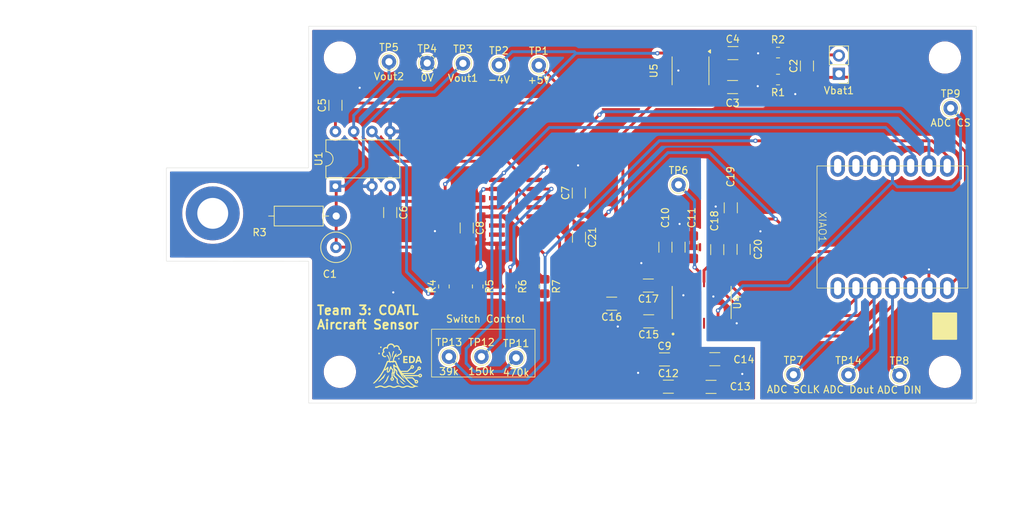
<source format=kicad_pcb>
(kicad_pcb (version 20240108) (generator "pcbnew") (generator_version "8.0")
  (title_block (title "Team 3 - COATL Aircraft PCB") (date "2025-05-20") (rev "G") (company "Annika Boyd, Eisa Alsharifi, Felix Moss, Nathan Truong"))
  (layers (0 "F.Cu" signal) (31 "B.Cu" signal) (34 "B.Paste" user) (35 "F.Paste" user) (36 "B.SilkS" user "B.Silkscreen") (37 "F.SilkS" user "F.Silkscreen") (38 "B.Mask" user) (39 "F.Mask" user) (44 "Edge.Cuts" user))
  (net 0 "")
  (net 1 "GND")
  (net 2 "/+5V")
  (net 3 "/3.3V")
  (net 4 "Net-(IC1-Pad10)")
  (net 6 "Net-(IC1-Pad2)")
  (net 7 "Net-(IC1-Pad15)")
  (net 9 "/-4V")
  (net 10 "Net-(U1-OUTA)")
  (net 11 "Net-(U1-OUTB)")
  (net 12 "Net-(U4-CH1)")
  (net 13 "Net-(U4-REF)")
  (net 14 "Net-(U4-REFCAP)")
  (net 15 "Net-(U4-CH2)")
  (net 16 "Net-(U4-CH3)")
  (net 17 "Net-(IC1-Pad9)")
  (net 18 "Net-(IC1-Pad1)")
  (net 19 "Net-(IC1-Pad16)")
  (net 20 "Net-(U5-V_{IN})")
  (net 21 "Net-(U1-NEGB)")
  (net 22 "Net-(U4-SCLK)")
  (net 23 "Net-(U4-DIN)")
  (net 24 "Net-(U4-~{CS})")
  (net 25 "Net-(U4-DOUT)")
  (footprint "Capacitor_SMD:C_1206_3216Metric_Pad1.33x1.80mm_HandSolder" (layer "F.Cu") (at 115.235 88.945 -90)
    (property "Reference" "C21")
    (property "Value" "0.1uF")
  )
  (footprint "Capacitor_SMD:C_1206_3216Metric_Pad1.33x1.80mm_HandSolder" (layer "F.Cu") (at 127.26 90.3325 -90)
    (property "Reference" "C10")
    (property "Value" "1uF" (hide yes))
  )
  (footprint "XIAO_:XIAO_QTpy" (layer "F.Cu") (at 169.36 87.52 -90)
    (property "Reference" "XIAO1")
    (property "Value" "~")
  )
  (footprint "TestPoint:TestPoint_THTPad_D2.0mm_Drill1.0mm" (layer "F.Cu") (at 99.085 64.745)
    (property "Reference" "TP3")
    (property "Value" "Vout1")
  )
  (footprint "Capacitor_SMD:C_1206_3216Metric_Pad1.33x1.80mm_HandSolder" (layer "F.Cu") (at 127.135 105.945)
    (property "Reference" "C9")
    (property "Value" "100pF")
  )
  (footprint "Capacitor_SMD:C_1206_3216Metric_Pad1.33x1.80mm_HandSolder" (layer "F.Cu") (at 124.935 100.645 180)
    (property "Reference" "C15")
    (property "Value" "0.1uF")
  )
  (footprint "MountingHole:MountingHole_3.2mm_M3" (layer "F.Cu") (at 166.161293 107.671293)
    (property "Reference" "REF**" (hide yes))
    (property "Value" "MountingHole_3.2mm_M3" (hide yes))
  )
  (footprint "MountingHole:MountingHole_3.2mm_M3" (layer "F.Cu") (at 81.953707 107.671293)
    (property "Reference" "REF**" (hide yes))
    (property "Value" "MountingHole_3.2mm_M3" (hide yes))
  )
  (footprint "Capacitor_SMD:C_1206_3216Metric_Pad1.33x1.80mm_HandSolder" (layer "F.Cu") (at 99.61 87.6575 -90)
    (property "Reference" "C8")
    (property "Value" "0.1uF")
  )
  (footprint "Connector_PinHeader_2.54mm:PinHeader_1x02_P2.54mm_Vertical" (layer "F.Cu") (at 151.41 66.195 180)
    (property "Reference" "Vbat1")
    (property "Value" "9V")
  )
  (footprint "Resistor_SMD:R_0805_2012Metric_Pad1.20x1.40mm_HandSolder" (layer "F.Cu") (at 105.735 95.795 -90)
    (property "Reference" "R6")
    (property "Value" "150k")
  )
  (footprint "MountingHole:MountingHole_3.2mm_M3" (layer "F.Cu") (at 166.161293 63.928707)
    (property "Reference" "REF**" (hide yes))
    (property "Value" "MountingHole_3.2mm_M3" (hide yes))
  )
  (footprint "TestPoint:TestPoint_THTPad_D2.0mm_Drill1.0mm" (layer "F.Cu") (at 129.085 81.645)
    (property "Reference" "TP6")
    (property "Value" "ADC Vref")
  )
  (footprint "Resistor_SMD:R_0805_2012Metric_Pad1.20x1.40mm_HandSolder" (layer "F.Cu") (at 96.435 95.795 90)
    (property "Reference" "R4")
    (property "Value" "10k")
  )
  (footprint "Capacitor_SMD:C_1206_3216Metric_Pad1.33x1.80mm_HandSolder" (layer "F.Cu") (at 134.475 90.6675 -90)
    (property "Reference" "C18")
    (property "Value" "0.1uF" (hide yes))
  )
  (footprint "Capacitor_SMD:C_1206_3216Metric_Pad1.33x1.80mm_HandSolder" (layer "F.Cu") (at 136.36 84.845 90)
    (property "Reference" "C19")
    (property "Value" "1uF")
  )
  (footprint "Capacitor_SMD:C_1206_3216Metric_Pad1.33x1.80mm_HandSolder" (layer "F.Cu") (at 88.96 85.5075 -90)
    (property "Reference" "C6")
    (property "Value" "0.1uF")
  )
  (footprint "ADG412:SOIC16N" (layer "F.Cu") (at 106.41 85.41 -90)
    (property "Reference" "IC1" (hide yes))
    (property "Value" "ADG412")
  )
  (footprint "Capacitor_SMD:C_1206_3216Metric_Pad1.33x1.80mm_HandSolder" (layer "F.Cu") (at 146.96 65.1075 90)
    (property "Reference" "C2")
    (property "Value" "10uF")
  )
  (footprint "Package_SO:SOIC-8_3.9x4.9mm_P1.27mm" (layer "F.Cu") (at 130.755 65.78 -90)
    (property "Reference" "U5")
    (property "Value" "BUF634AxD")
  )
  (footprint "TestPoint:TestPoint_THTPad_D2.0mm_Drill1.0mm" (layer "F.Cu") (at 145.085 108.07)
    (property "Reference" "TP7")
    (property "Value" "ADC SCLK")
  )
  (footprint "TestPoint:TestPoint_THTPad_D2.0mm_Drill1.0mm" (layer "F.Cu") (at 101.66 105.57)
    (property "Reference" "TP12")
    (property "Value" "150k")
  )
  (footprint "Resistor_SMD:R_0805_2012Metric_Pad1.20x1.40mm_HandSolder" (layer "F.Cu") (at 101.135 95.795 -90)
    (property "Reference" "R5")
    (property "Value" "470k")
  )
  (footprint "Capacitor_SMD:C_1206_3216Metric_Pad1.33x1.80mm_HandSolder" (layer "F.Cu") (at 127.6725 109.745)
    (property "Reference" "C12")
    (property "Value" "0.1uF")
  )
  (footprint "TestPoint:TestPoint_THTPad_D2.0mm_Drill1.0mm" (layer "F.Cu") (at 166.96 70.97)
    (property "Reference" "TP9")
    (property "Value" "ADC CS")
  )
  (footprint "TestPoint:TestPoint_THTPad_D2.0mm_Drill1.0mm" (layer "F.Cu") (at 97.135 105.57)
    (property "Reference" "TP13")
    (property "Value" "39k")
  )
  (footprint "TestPoint:TestPoint_THTPad_D2.0mm_Drill1.0mm" (layer "F.Cu") (at 159.835 108.145)
    (property "Reference" "TP8")
    (property "Value" "ADC DIN")
  )
  (footprint "Resistor_SMD:R_0805_2012Metric_Pad1.20x1.40mm_HandSolder" (layer "F.Cu") (at 142.935 63.245)
    (property "Reference" "R2")
    (property "Value" "6k")
  )
  (footprint "Capacitor_SMD:C_1206_3216Metric_Pad1.33x1.80mm_HandSolder" (layer "F.Cu") (at 115.21 82.795 90)
    (property "Reference" "C7")
    (property "Value" "0.1uF")
  )
  (footprint "TestPoint:TestPoint_THTPad_D2.0mm_Drill1.0mm" (layer "F.Cu") (at 94.11 64.695)
    (property "Reference" "TP4")
    (property "Value" "0V")
  )
  (footprint "LOGO" (layer "F.Cu") (at 90.16 106.97)
    (property "Reference" "G***" (hide yes))
    (property "Value" "LOGO" (hide yes))
  )
  (footprint "XIAO_:R_Vishay_TR10X5G00JNES" (layer "F.Cu") (at 81.443474 85.995 180)
    (property "Reference" "R3")
    (property "Value" "5G")
  )
  (footprint "Capacitor_SMD:C_1206_3216Metric_Pad1.33x1.80mm_HandSolder" (layer "F.Cu") (at 138.15 90.63 -90)
    (property "Reference" "C20")
    (property "Value" "0.1uF")
  )
  (footprint "TestPoint:TestPoint_THTPad_D2.0mm_Drill1.0mm" (layer "F.Cu") (at 104.085 64.97)
    (property "Reference" "TP2")
    (property "Value" "-4V")
  )
  (footprint "TestPoint:TestPoint_THTPad_D2.0mm_Drill1.0mm" (layer "F.Cu") (at 152.735 108.095)
    (property "Reference" "TP14")
    (property "Value" "ADC Dout")
  )
  (footprint "MountingHole:MountingHole_3.2mm_M3" (layer "F.Cu") (at 81.953707 63.928707)
    (property "Reference" "REF**" (hide yes))
    (property "Value" "MountingHole_3.2mm_M3" (hide yes))
  )
  (footprint "TestPoint:TestPoint_THTPad_D2.0mm_Drill1.0mm" (layer "F.Cu") (at 109.635 65.02)
    (property "Reference" "TP1")
    (property "Value" "+5V")
  )
  (footprint "Capacitor_SMD:C_1206_3216Metric_Pad1.33x1.80mm_HandSolder" (layer "F.Cu") (at 124.885 95.67 180)
    (property "Reference" "C17")
    (property "Value" "0.1uF")
  )
  (footprint "Capacitor_THT:C_Radial_D10.0mm_H12.5mm_P5.00mm" (layer "F.Cu") (at 81.41 90.345 180)
    (property "Reference" "C1")
    (property "Value" "100p")
  )
  (footprint "TestPoint:TestPoint_THTPad_D2.0mm_Drill1.0mm" (layer "F.Cu") (at 106.485 105.72)
    (property "Reference" "TP11")
    (property "Value" "470k")
  )
  (footprint "MountingHole:MountingHole_4.3mm_M4_DIN965_Pad" (layer "F.Cu") (at 64.25875 85.62)
    (property "Reference" "REF**" (hide yes))
    (property "Value" "MountingHole_4.3mm_M4_DIN965_Pad" (hide yes))
  )
  (footprint "MAX1032BEUGT:SOP65P640X110-24N" (layer "F.Cu") (at 132.31 98.03 90)
    (property "Reference" "U4")
    (property "Value" "MAX1032BEUG_" (hide yes))
  )
  (footprint "Capacitor_SMD:C_1206_3216Metric_Pad1.33x1.80mm_HandSolder" (layer "F.Cu") (at 119.785 98.195 180)
    (property "Reference" "C16")
    (property "Value" "10uF")
  )
  (footprint "Capacitor_SMD:C_1206_3216Metric_Pad1.33x1.80mm_HandSolder" (layer "F.Cu") (at 133.61 109.77 180)
    (property "Reference" "C13")
    (property "Value" "0.1uF")
  )
  (footprint "TestPoint:TestPoint_THTPad_D2.0mm_Drill1.0mm" (layer "F.Cu") (at 88.785 64.52)
    (property "Reference" "TP5")
    (property "Value" "Vout2")
  )
  (footprint "Capacitor_SMD:C_1206_3216Metric_Pad1.33x1.80mm_HandSolder" (layer "F.Cu") (at 136.66 63.32 180)
    (property "Reference" "C4")
    (property "Value" "10uF" (hide yes))
  )
  (footprint "Capacitor_SMD:C_1206_3216Metric_Pad1.33x1.80mm_HandSolder" (layer "F.Cu") (at 134.135 105.92 180)
    (property "Reference" "C14")
    (property "Value" "0.1uF" (hide yes))
  )
  (footprint "Resistor_SMD:R_0805_2012Metric_Pad1.20x1.40mm_HandSolder" (layer "F.Cu") (at 110.435 95.795 -90)
    (property "Reference" "R7")
    (property "Value" "39k")
  )
  (footprint "Package_DIP:DIP-8_W7.62mm" (layer "F.Cu") (at 81.335 81.845 90)
    (property "Reference" "U1")
    (property "Value" "LMC662")
  )
  (footprint "Capacitor_SMD:C_1206_3216Metric_Pad1.33x1.80mm_HandSolder" (layer "F.Cu") (at 130.91 90.3325 90)
    (property "Reference" "C11")
    (property "Value" "1uF")
  )
  (footprint "Capacitor_SMD:C_1206_3216Metric_Pad1.33x1.80mm_HandSolder" (layer "F.Cu") (at 136.61 68.045)
    (property "Reference" "C3")
    (property "Value" "10uF")
  )
  (footprint "Resistor_SMD:R_0805_2012Metric_Pad1.20x1.40mm_HandSolder" (layer "F.Cu") (at 142.935 66.995 180)
    (property "Reference" "R1")
    (property "Value" "10k")
  )
  (footprint "Capacitor_SMD:C_1206_3216Metric_Pad1.33x1.80mm_HandSolder" (layer "F.Cu") (at 81.335 70.5825 90)
    (property "Reference" "C5")
    (property "Value" "0.1uF")
  )
  (gr_rect (start 94.71 101.745) (end 109.11 108.395) (stroke (width 0.1)) (fill none) (layer "F.SilkS"))
  (gr_rect (start 164.51 99.52) (end 167.76 103.12) (stroke (width 0.2)) (fill solid) (layer "F.SilkS"))
  (gr_poly (pts (xy 170.51 112.02) (xy 77.605 112.02) (xy 77.605 92.28) (xy 57.81 92.27) (xy 57.81 79.295) (xy 77.585 79.295) (xy 77.605 59.58) (xy 170.51 59.58)) (stroke (width 0.05)) (fill none) (layer "Edge.Cuts"))
  (gr_text "Switch Control" (at 96.635 100.895 0) (layer "F.SilkS") (effects (font (size 1 1)) (justify left bottom)))
  (gr_text "Team 3: COATL \nAircraft Sensor" (at 78.635 101.845 0) (layer "F.SilkS") (effects (font (size 1.25 1.25) (thickness 0.25) (bold yes)) (justify left bottom)))
  (segment (start 130.685 96.095) (end 130.685 95.145) (width 0.4) (layer "F.Cu") (net 1))
  (segment (start 134.585 95.145) (end 134.585 96.545) (width 0.4) (layer "F.Cu") (net 1))
  (segment (start 140.485 88.12) (end 139.0975 88.12) (width 0.4) (layer "F.Cu") (net 1))
  (segment (start 137.185 100.92) (end 137.18 100.915) (width 0.4) (layer "F.Cu") (net 1))
  (segment (start 133.935 97.195) (end 133.935 95.145) (width 0.4) (layer "F.Cu") (net 1))
  (segment (start 128.735 95.145) (end 129.385 95.145) (width 0.4) (layer "F.Cu") (net 1))
  (segment (start 128.735 95.995) (end 128.735 95.145) (width 0.4) (layer "F.Cu") (net 1))
  (segment (start 129.385 95.145) (end 129.385 96.645) (width 0.4) (layer "F.Cu") (net 1))
  (segment (start 137.18 100.915) (end 135.885 100.915) (width 0.4) (layer "F.Cu") (net 1))
  (segment (start 129.235 87.095) (end 130.91 88.77) (width 0.4) (layer "F.Cu") (net 1))
  (segment (start 104.61 86.045) (end 105.31 86.745) (width 0.4) (layer "F.Cu") (net 1))
  (segment (start 134.585 96.545) (end 133.935 97.195) (width 0.4) (layer "F.Cu") (net 1))
  (segment (start 130.12 68.255) (end 130.12 66.8) (width 0.4) (layer "F.Cu") (net 1))
  (segment (start 139.0975 88.12) (end 138.15 89.0675) (width 0.4) (layer "F.Cu") (net 1))
  (segment (start 105.31 86.745) (end 105.31 89.285) (width 0.4) (layer "F.Cu") (net 1))
  (segment (start 134.475 89.105) (end 134.475 88.46) (width 0.4) (layer "F.Cu") (net 1))
  (segment (start 103.81 86.045) (end 104.61 86.045) (width 0.4) (layer "F.Cu") (net 1))
  (segment (start 105.31 89.285) (end 104.74 89.855) (width 0.4) (layer "F.Cu") (net 1))
  (segment (start 129.979758 96.645) (end 129.385 96.645) (width 0.4) (layer "F.Cu") (net 1))
  (segment (start 130.685 95.939758) (end 129.979758 96.645) (width 0.4) (layer "F.Cu") (net 1))
  (segment (start 129.76 97.02) (end 128.735 95.995) (width 0.4) (layer "F.Cu") (net 1))
  (segment (start 104.74 89.855) (end 103.81 89.855) (width 0.4) (layer "F.Cu") (net 1))
  (segment (start 129.76 97.02) (end 130.685 96.095) (width 0.4) (layer "F.Cu") (net 1))
  (segment (start 129.385 96.645) (end 129.76 97.02) (width 0.4) (layer "F.Cu") (net 1))
  (segment (start 130.12 66.8) (end 129.0625 65.7425) (width 0.4) (layer "F.Cu") (net 1))
  (segment (start 123.3225 93.1325) (end 123.91 92.545) (width 0.4) (layer "F.Cu") (net 1))
  (segment (start 123.3225 95.67) (end 123.3225 93.1325) (width 0.4) (layer "F.Cu") (net 1))
  (segment (start 134.585 95.145) (end 133.935 95.145) (width 0.4) (layer "F.Cu") (net 1))
  (segment (start 134.26 88.245) (end 134.26 84.67) (width 0.4) (layer "F.Cu") (net 1))
  (segment (start 163.94 93.42) (end 163.94 96.02) (width 0.4) (layer "F.Cu") (net 1))
  (segment (start 130.685 95.145) (end 130.685 95.939758) (width 0.4) (layer "F.Cu") (net 1))
  (segment (start 134.475 88.46) (end 134.26 88.245) (width 0.4) (layer "F.Cu") (net 1))
  (via (at 89.385 96.62) (size 0.6) (drill 0.3) (layers "F.Cu" "B.Cu") (net 1))
  (via (at 115.11 78.945) (size 0.6) (drill 0.3) (layers "F.Cu" "B.Cu") (net 1))
  (via (at 133.935 97.195) (size 0.6) (drill 0.3) (layers "F.Cu" "B.Cu") (net 1))
  (via (at 137.185 100.92) (size 0.6) (drill 0.3) (layers "F.Cu" "B.Cu") (net 1))
  (via (at 137.96 107.97) (size 0.6) (drill 0.3) (layers "F.Cu" "B.Cu") (net 1))
  (via (at 134.26 84.67) (size 0.6) (drill 0.3) (layers "F.Cu" "B.Cu") (net 1))
  (via (at 163.94 93.42) (size 0.6) (drill 0.3) (layers "F.Cu" "B.Cu") (net 1))
  (via (at 95.185 88.095) (size 0.6) (drill 0.3) (layers "F.Cu" "B.Cu") (net 1))
  (via (at 140.1625 63.3425) (size 0.6) (drill 0.3) (layers "F.Cu" "B.Cu") (net 1))
  (via (at 123.91 92.545) (size 0.6) (drill 0.3) (layers "F.Cu" "B.Cu") (net 1))
  (via (at 145.335 69.02) (size 0.6) (drill 0.3) (layers "F.Cu" "B.Cu") (net 1))
  (via (at 129.76 97.02) (size 0.6) (drill 0.3) (layers "F.Cu" "B.Cu") (net 1))
  (via (at 140.485 88.12) (size 0.6) (drill 0.3) (layers "F.Cu" "B.Cu") (net 1))
  (via (at 84.71 68.145) (size 0.6) (drill 0.3) (layers "F.Cu" "B.Cu") (net 1))
  (via (at 129.0625 65.7425) (size 0.6) (drill 0.3) (layers "F.Cu" "B.Cu") (net 1))
  (via (at 120.635 101.37) (size 0.6) (drill 0.3) (layers "F.Cu" "B.Cu") (net 1))
  (via (at 129.235 87.095) (size 0.6) (drill 0.3) (layers "F.Cu" "B.Cu") (net 1))
  (via (at 140.1125 67.9175) (size 0.6) (drill 0.3) (layers "F.Cu" "B.Cu") (net 1))
  (via (at 123.46 107.82) (size 0.6) (drill 0.3) (layers "F.Cu" "B.Cu") (net 1))
  (segment (start 121.3475 98.195) (end 123.9225 98.195) (width 0.4) (layer "F.Cu") (net 2))
  (segment (start 128.465 100.645) (end 128.735 100.915) (width 0.4) (layer "F.Cu") (net 2))
  (segment (start 126.4475 95.67) (end 128.2475 93.87) (width 0.4) (layer "F.Cu") (net 2))
  (segment (start 115.685 70.27) (end 125.61 70.27) (width 0.4) (layer "F.Cu") (net 2))
  (segment (start 131.39 69.565) (end 131.39 68.255) (width 0.4) (layer "F.Cu") (net 2))
  (segment (start 131.385 69.969999) (end 131.385 69.57) (width 0.4) (layer "F.Cu") (net 2))
  (segment (start 151.41 66.195) (end 150.9125 66.6925) (width 0.4) (layer "F.Cu") (net 2))
  (segment (start 123.9225 98.195) (end 126.4475 95.67) (width 0.4) (layer "F.Cu") (net 2))
  (segment (start 81.335 72.145) (end 83.21 70.27) (width 0.4) (layer "F.Cu") (net 2))
  (segment (start 125.1125 70.2675) (end 131.682501 70.2675) (width 0.4) (layer "F.Cu") (net 2))
  (segment (start 109.635 65.02) (end 114.885 70.27) (width 0.4) (layer "F.Cu") (net 2))
  (segment (start 144.2375 66.6925) (end 143.935 66.995) (width 0.4) (layer "F.Cu") (net 2))
  (segment (start 83.21 70.27) (end 115.685 70.27) (width 0.4) (layer "F.Cu") (net 2))
  (segment (start 131.682501 70.2675) (end 131.685001 70.27) (width 0.4) (layer "F.Cu") (net 2))
  (segment (start 169.01 93.49) (end 166.48 96.02) (width 0.4) (layer "F.Cu") (net 2))
  (segment (start 131.385 69.57) (end 131.39 69.565) (width 0.4) (layer "F.Cu") (net 2))
  (segment (start 158.6625 66.6725) (end 169.01 77.02) (width 0.4) (layer "F.Cu") (net 2))
  (segment (start 151.4325 66.6725) (end 158.6625 66.6725) (width 0.4) (layer "F.Cu") (net 2))
  (segment (start 125.61 70.27) (end 121.3475 74.5325) (width 0.4) (layer "F.Cu") (net 2))
  (segment (start 126.3725 100.645) (end 123.9225 98.195) (width 0.4) (layer "F.Cu") (net 2))
  (segment (start 81.335 74.225) (end 81.335 72.145) (width 0.4) (layer "F.Cu") (net 2))
  (segment (start 169.01 77.02) (end 169.01 93.49) (width 0.4) (layer "F.Cu") (net 2))
  (segment (start 134.9575 68.9475) (end 134.9575 68.355) (width 0.4) (layer "F.Cu") (net 2))
  (segment (start 115.21 84.3575) (end 121.3475 78.22) (width 0.4) (layer "F.Cu") (net 2))
  (segment (start 121.3475 98.195) (end 121.3475 76.795) (width 0.4) (layer "F.Cu") (net 2))
  (segment (start 131.685001 70.27) (end 133.635 70.27) (width 0.4) (layer "F.Cu") (net 2))
  (segment (start 121.3475 78.22) (end 121.3475 76.795) (width 0.4) (layer "F.Cu") (net 2))
  (segment (start 128.2475 93.87) (end 129.71 93.87) (width 0.4) (layer "F.Cu") (net 2))
  (segment (start 140.7375 70.1925) (end 137.195 70.1925) (width 0.4) (layer "F.Cu") (net 2))
  (segment (start 131.682501 70.2675) (end 131.385 69.969999) (width 0.4) (layer "F.Cu") (net 2))
  (segment (start 114.7925 84.775) (end 115.21 84.3575) (width 0.4) (layer "F.Cu") (net 2))
  (segment (start 150.9125 66.6925) (end 144.2375 66.6925) (width 0.4) (layer "F.Cu") (net 2))
  (segment (start 109.01 84.775) (end 114.7925 84.775) (width 0.4) (layer "F.Cu") (net 2))
  (segment (start 133.635 70.27) (end 134.9575 68.9475) (width 0.4) (layer "F.Cu") (net 2))
  (segment (start 126.4975 100.645) (end 126.3725 100.645) (width 0.4) (layer "F.Cu") (net 2))
  (segment (start 114.885 70.27) (end 115.685 70.27) (width 0.4) (layer "F.Cu") (net 2))
  (segment (start 137.195 70.1925) (end 135.0475 68.045) (width 0.4) (layer "F.Cu") (net 2))
  (segment (start 126.4975 100.645) (end 128.465 100.645) (width 0.4) (layer "F.Cu") (net 2))
  (segment (start 143.935 66.995) (end 140.7375 70.1925) (width 0.4) (layer "F.Cu") (net 2))
  (segment (start 121.3475 74.5325) (end 121.3475 76.795) (width 0.4) (layer "F.Cu") (net 2))
  (segment (start 130.035 94.195) (end 130.035 95.145) (width 0.4) (layer "F.Cu") (net 2))
  (segment (start 129.71 93.87) (end 130.035 94.195) (width 0.4) (layer "F.Cu") (net 2))
  (segment (start 133.285 93.945) (end 133.61 93.62) (width 0.4) (layer "F.Cu") (net 3))
  (segment (start 113.8975 86.045) (end 109.01 86.045) (width 0.4) (layer "F.Cu") (net 3))
  (segment (start 115.235 87.3825) (end 117.3975 87.3825) (width 0.4) (layer "F.Cu") (net 3))
  (segment (start 142.5975 86.4075) (end 136.36 86.4075) (width 0.4) (layer "F.Cu") (net 3))
  (segment (start 133.285 95.145) (end 133.285 93.945) (width 0.4) (layer "F.Cu") (net 3))
  (segment (start 142.5975 86.4075) (end 147.135 90.945) (width 0.4) (layer "F.Cu") (net 3))
  (segment (start 133.975 92.23) (end 134.475 92.23) (width 0.4) (layer "F.Cu") (net 3))
  (segment (start 133.61 93.62) (end 136.7225 93.62) (width 0.4) (layer "F.Cu") (net 3))
  (segment (start 136.36 90.345) (end 134.475 92.23) (width 0.4) (layer "F.Cu") (net 3))
  (segment (start 136.36 90.345) (end 136.36 90.4025) (width 0.4) (layer "F.Cu") (net 3))
  (segment (start 117.3975 87.3825) (end 119.36 85.42) (width 0.4) (layer "F.Cu") (net 3))
  (segment (start 136.36 86.4075) (end 136.36 90.345) (width 0.4) (layer "F.Cu") (net 3))
  (segment (start 136.7225 93.62) (end 138.15 92.1925) (width 0.4) (layer "F.Cu") (net 3))
  (segment (start 132.635 95.145) (end 132.635 93.57) (width 0.4) (layer "F.Cu") (net 3))
  (segment (start 136.36 90.4025) (end 138.15 92.1925) (width 0.4) (layer "F.Cu") (net 3))
  (segment (start 157.01 90.945) (end 161.4 95.335) (width 0.4) (layer "F.Cu") (net 3))
  (segment (start 161.4 95.335) (end 161.4 96.02) (width 0.4) (layer "F.Cu") (net 3))
  (segment (start 147.135 90.945) (end 157.01 90.945) (width 0.4) (layer "F.Cu") (net 3))
  (segment (start 132.635 93.57) (end 133.975 92.23) (width 0.4) (layer "F.Cu") (net 3))
  (segment (start 115.235 87.3825) (end 113.8975 86.045) (width 0.4) (layer "F.Cu") (net 3))
  (via (at 119.36 85.42) (size 0.6) (drill 0.3) (layers "F.Cu" "B.Cu") (net 3))
  (via (at 142.5975 86.4075) (size 0.6) (drill 0.3) (layers "F.Cu" "B.Cu") (net 3))
  (segment (start 133.385 77.17) (end 127.61 77.17) (width 0.4) (layer "B.Cu") (net 3))
  (segment (start 127.61 77.17) (end 119.36 85.42) (width 0.4) (layer "B.Cu") (net 3))
  (segment (start 142.5975 86.4075) (end 142.5975 86.3825) (width 0.4) (layer "B.Cu") (net 3))
  (segment (start 142.5975 86.3825) (end 133.385 77.17) (width 0.4) (layer "B.Cu") (net 3))
  (segment (start 107.285 89.27) (end 107.97 88.585) (width 0.4) (layer "F.Cu") (net 4))
  (segment (start 109 88.595) (end 109.01 88.585) (width 0.4) (layer "F.Cu") (net 4))
  (segment (start 107.97 88.585) (end 109.01 88.585) (width 0.4) (layer "F.Cu") (net 4))
  (segment (start 107.285 91.645) (end 107.285 89.27) (width 0.4) (layer "F.Cu") (net 4))
  (segment (start 110.435 94.795) (end 107.285 91.645) (width 0.4) (layer "F.Cu") (net 4))
  (segment (start 101.535 92.97) (end 101.135 93.37) (width 0.4) (layer "F.Cu") (net 6))
  (segment (start 101.935 82.27) (end 103.775 82.27) (width 0.4) (layer "F.Cu") (net 6))
  (segment (start 101.135 93.37) (end 101.135 94.795) (width 0.4) (layer "F.Cu") (net 6))
  (segment (start 103.775 82.27) (end 103.81 82.235) (width 0.4) (layer "F.Cu") (net 6))
  (via (at 101.535 92.97) (size 0.6) (drill 0.3) (layers "F.Cu" "B.Cu") (net 6))
  (via (at 101.935 82.27) (size 0.6) (drill 0.3) (layers "F.Cu" "B.Cu") (net 6))
  (segment (start 101.535 82.67) (end 101.935 82.27) (width 0.4) (layer "B.Cu") (net 6))
  (segment (start 101.535 92.97) (end 101.535 82.67) (width 0.4) (layer "B.Cu") (net 6))
  (segment (start 105.685 94.745) (end 105.735 94.795) (width 0.4) (layer "F.Cu") (net 7))
  (segment (start 111.385 82.22) (end 111.37 82.235) (width 0.4) (layer "F.Cu") (net 7))
  (segment (start 105.685 93.095) (end 105.685 94.745) (width 0.4) (layer "F.Cu") (net 7))
  (segment (start 111.37 82.235) (end 109.01 82.235) (width 0.4) (layer "F.Cu") (net 7))
  (via (at 105.685 93.095) (size 0.6) (drill 0.3) (layers "F.Cu" "B.Cu") (net 7))
  (via (at 111.385 82.22) (size 0.6) (drill 0.3) (layers "F.Cu" "B.Cu") (net 7))
  (segment (start 105.685 93.095) (end 106.185 92.595) (width 0.4) (layer "B.Cu") (net 7))
  (segment (start 106.185 92.595) (end 106.185 87.42) (width 0.4) (layer "B.Cu") (net 7))
  (segment (start 106.185 87.42) (end 111.385 82.22) (width 0.4) (layer "B.Cu") (net 7))
  (segment (start 128.85 63.305) (end 128.85 62.330001) (width 0.4) (layer "F.Cu") (net 9))
  (segment (start 128.85 63.305) (end 126.175 63.305) (width 0.4) (layer "F.Cu") (net 9))
  (segment (start 126.175 63.305) (end 126.1375 63.3425) (width 0.4) (layer "F.Cu") (net 9))
  (segment (start 88.96 83.945) (end 88.96 81.85) (width 0.4) (layer "F.Cu") (net 9))
  (segment (start 95.76 83.945) (end 96.61 83.095) (width 0.4) (layer "F.Cu") (net 9))
  (segment (start 96.61 83.095) (end 99.61 86.095) (width 0.4) (layer "F.Cu") (net 9))
  (segment (start 103.81 84.775) (end 100.93 84.775) (width 0.4) (layer "F.Cu") (net 9))
  (segment (start 151.41 63.655) (end 151.3225 63.5675) (width 0.4) (layer "F.Cu") (net 9))
  (segment (start 96.61 81.545) (end 96.61 83.095) (width 0.4) (layer "F.Cu") (net 9))
  (segment (start 143.935 63.245) (end 142.0325 61.3425) (width 0.4) (layer "F.Cu") (net 9))
  (segment (start 133.6475 61.295) (end 134.9075 62.555) (width 0.4) (layer "F.Cu") (net 9))
  (segment (start 88.96 83.945) (end 95.76 83.945) (width 0.4) (layer "F.Cu") (net 9))
  (segment (start 142.0325 61.3425) (end 137.075 61.3425) (width 0.4) (layer "F.Cu") (net 9))
  (segment (start 137.075 61.3425) (end 135.0975 63.32) (width 0.4) (layer "F.Cu") (net 9))
  (segment (start 144.2575 63.5675) (end 143.935 63.245) (width 0.4) (layer "F.Cu") (net 9))
  (segment (start 129.885001 61.295) (end 133.6475 61.295) (width 0.4) (layer "F.Cu") (net 9))
  (segment (start 151.3225 63.5675) (end 144.2575 63.5675) (width 0.4) (layer "F.Cu") (net 9))
  (segment (start 128.85 62.330001) (end 129.885001 61.295) (width 0.4) (layer "F.Cu") (net 9))
  (segment (start 100.93 84.775) (end 99.61 86.095) (width 0.4) (layer "F.Cu") (net 9))
  (segment (start 88.96 81.85) (end 88.955 81.845) (width 0.4) (layer "F.Cu") (net 9))
  (via (at 126.1375 63.3425) (size 0.6) (drill 0.3) (layers "F.Cu" "B.Cu") (net 9))
  (via (at 96.61 81.545) (size 0.6) (drill 0.3) (layers "F.Cu" "B.Cu") (net 9))
  (segment (start 126.135 63.345) (end 114.81 63.345) (width 0.4) (layer "B.Cu") (net 9))
  (segment (start 114.81 63.345) (end 114.585 63.12) (width 0.4) (layer "B.Cu") (net 9))
  (segment (start 105.935 63.12) (end 104.085 64.97) (width 0.4) (layer "B.Cu") (net 9))
  (segment (start 114.81 63.345) (end 114.335 63.82) (width 0.4) (layer "B.Cu") (net 9))
  (segment (start 114.335 63.82) (end 96.61 81.545) (width 0.4) (layer "B.Cu") (net 9))
  (segment (start 114.585 63.12) (end 105.935 63.12) (width 0.4) (layer "B.Cu") (net 9))
  (segment (start 126.1375 63.3425) (end 126.135 63.345) (width 0.4) (layer "B.Cu") (net 9))
  (segment (start 81.335 81.845) (end 81.443474 81.953474) (width 0.4) (layer "F.Cu") (net 10))
  (segment (start 81.443474 90.311526) (end 81.41 90.345) (width 0.4) (layer "F.Cu") (net 10))
  (segment (start 91.96 90.32) (end 96.435 94.795) (width 0.4) (layer "F.Cu") (net 10))
  (segment (start 81.41 90.345) (end 81.435 90.32) (width 0.4) (layer "F.Cu") (net 10))
  (segment (start 81.443474 81.953474) (end 81.443474 90.311526) (width 0.4) (layer "F.Cu") (net 10))
  (segment (start 81.435 90.32) (end 91.96 90.32) (width 0.4) (layer "F.Cu") (net 10))
  (segment (start 90.222943 68.72) (end 95.11 68.72) (width 0.4) (layer "B.Cu") (net 10))
  (segment (start 85.215 73.727943) (end 90.222943 68.72) (width 0.4) (layer "B.Cu") (net 10))
  (segment (start 85.215 79.165) (end 85.215 73.727943) (width 0.4) (layer "B.Cu") (net 10))
  (segment (start 95.11 68.72) (end 99.085 64.745) (width 0.4) (layer "B.Cu") (net 10))
  (segment (start 81.335 81.845) (end 82.535 81.845) (width 0.4) (layer "B.Cu") (net 10))
  (segment (start 82.535 81.845) (end 85.215 79.165) (width 0.4) (layer "B.Cu") (net 10))
  (segment (start 106.56 81.495) (end 106.56 81.985) (width 0.4) (layer "F.Cu") (net 11))
  (segment (start 103.81 83.505) (end 105.04 83.505) (width 0.4) (layer "F.Cu") (net 11))
  (segment (start 83.875 74.935) (end 87.31 78.37) (width 0.4) (layer "F.Cu") (net 11))
  (segment (start 106.56 81.985) (end 108.08 83.505) (width 0.4) (layer "F.Cu") (net 11))
  (segment (start 128.6975 105.945) (end 126.1225 103.37) (width 0.4) (layer "F.Cu") (net 11))
  (segment (start 106.56 86.255) (end 106.56 79.67) (width 0.4) (layer "F.Cu") (net 11))
  (segment (start 83.875 74.225) (end 83.875 74.935) (width 0.4) (layer "F.Cu") (net 11))
  (segment (start 129.385 105.2575) (end 129.385 100.915) (width 0.4) (layer "F.Cu") (net 11))
  (segment (start 87.31 78.37) (end 105.26 78.37) (width 0.4) (layer "F.Cu") (net 11))
  (segment (start 119.71 103.37) (end 112.535 96.195) (width 0.4) (layer "F.Cu") (net 11))
  (segment (start 112.535 89.095) (end 110.755 87.315) (width 0.4) (layer "F.Cu") (net 11))
  (segment (start 128.6975 105.945) (end 129.385 105.2575) (width 0.4) (layer "F.Cu") (net 11))
  (segment (start 108.08 83.505) (end 109.01 83.505) (width 0.4) (layer "F.Cu") (net 11))
  (segment (start 126.1225 103.37) (end 119.71 103.37) (width 0.4) (layer "F.Cu") (net 11))
  (segment (start 110.755 87.315) (end 109.01 87.315) (width 0.4) (layer "F.Cu") (net 11))
  (segment (start 105.04 83.505) (end 106.56 81.985) (width 0.4) (layer "F.Cu") (net 11))
  (segment (start 107.62 87.315) (end 106.56 86.255) (width 0.4) (layer "F.Cu") (net 11))
  (segment (start 112.535 96.195) (end 112.535 89.095) (width 0.4) (layer "F.Cu") (net 11))
  (segment (start 106.56 79.67) (end 105.26 78.37) (width 0.4) (layer "F.Cu") (net 11))
  (segment (start 109.01 87.315) (end 107.62 87.315) (width 0.4) (layer "F.Cu") (net 11))
  (segment (start 83.875 71.98) (end 88.785 67.07) (width 0.4) (layer "B.Cu") (net 11))
  (segment (start 83.875 74.225) (end 83.875 71.98) (width 0.4) (layer "B.Cu") (net 11))
  (segment (start 88.785 67.07) (end 88.785 64.52) (width 0.4) (layer "B.Cu") (net 11))
  (segment (start 129.235 109.745) (end 130.035 108.945) (width 0.4) (layer "F.Cu") (net 12))
  (segment (start 130.035 108.945) (end 130.035 100.915) (width 0.4) (layer "F.Cu") (net 12))
  (segment (start 131.335 94.350242) (end 131.335 95.145) (width 0.4) (layer "F.Cu") (net 13))
  (segment (start 130.154758 93.17) (end 131.335 94.350242) (width 0.4) (layer "F.Cu") (net 13))
  (segment (start 128.535 93.17) (end 130.154758 93.17) (width 0.4) (layer "F.Cu") (net 13))
  (segment (start 127.26 91.895) (end 128.535 93.17) (width 0.4) (layer "F.Cu") (net 13))
  (segment (start 130.91 91.895) (end 131.335 92.32) (width 0.4) (layer "F.Cu") (net 14))
  (segment (start 131.985 93.77) (end 131.985 95.145) (width 0.4) (layer "F.Cu") (net 14))
  (segment (start 131.335 92.32) (end 131.335 93.12) (width 0.4) (layer "F.Cu") (net 14))
  (segment (start 131.335 93.12) (end 131.985 93.77) (width 0.4) (layer "F.Cu") (net 14))
  (via (at 131.335 93.12) (size 0.6) (drill 0.3) (layers "F.Cu" "B.Cu") (net 14))
  (segment (start 131.335 93.12) (end 131.31 93.095) (width 0.4) (layer "B.Cu") (net 14))
  (segment (start 131.31 93.095) (end 131.31 83.87) (width 0.4) (layer "B.Cu") (net 14))
  (segment (start 131.31 83.87) (end 129.085 81.645) (width 0.4) (layer "B.Cu") (net 14))
  (segment (start 132.0475 109.77) (end 130.685 108.4075) (width 0.4) (layer "F.Cu") (net 15))
  (segment (start 130.685 108.4075) (end 130.685 100.915) (width 0.4) (layer "F.Cu") (net 15))
  (segment (start 132.5725 105.92) (end 131.335 104.6825) (width 0.4) (layer "F.Cu") (net 16))
  (segment (start 131.335 104.6825) (end 131.335 100.915) (width 0.4) (layer "F.Cu") (net 16))
  (segment (start 110.5225 91.3825) (end 109.01 89.87) (width 0.4) (layer "F.Cu") (net 17))
  (segment (start 166.48 77.615) (end 166.48 79.02) (width 0.4) (layer "F.Cu") (net 17))
  (segment (start 164.385 75.52) (end 166.48 77.615) (width 0.4) (layer "F.Cu") (net 17))
  (segment (start 139.785 75.52) (end 164.385 75.52) (width 0.4) (layer "F.Cu") (net 17))
  (segment (start 109.01 89.87) (end 109.01 89.855) (width 0.4) (layer "F.Cu") (net 17))
  (via (at 110.5225 91.3825) (size 0.6) (drill 0.3) (layers "F.Cu" "B.Cu") (net 17))
  (via (at 139.785 75.52) (size 0.6) (drill 0.3) (layers "F.Cu" "B.Cu") (net 17))
  (segment (start 126.41 75.52) (end 110.5475 91.3825) (width 0.4) (layer "B.Cu") (net 17))
  (segment (start 100.335 108.77) (end 107.935 108.77) (width 0.4) (layer "B.Cu") (net 17))
  (segment (start 107.935 108.77) (end 110.5225 106.1825) (width 0.4) (layer "B.Cu") (net 17))
  (segment (start 110.5225 106.1825) (end 110.5225 91.3825) (width 0.4) (layer "B.Cu") (net 17))
  (segment (start 139.785 75.52) (end 126.41 75.52) (width 0.4) (layer "B.Cu") (net 17))
  (segment (start 97.135 105.57) (end 100.335 108.77) (width 0.4) (layer "B.Cu") (net 17))
  (segment (start 110.5475 91.3825) (end 110.5225 91.3825) (width 0.4) (layer "B.Cu") (net 17))
  (segment (start 104.7825 79.9925) (end 103.81 80.965) (width 0.4) (layer "F.Cu") (net 18))
  (via (at 104.7825 79.9925) (size 0.6) (drill 0.3) (layers "F.Cu" "B.Cu") (net 18))
  (segment (start 103.11 81.665) (end 103.11 100.87) (width 0.4) (layer "B.Cu") (net 18))
  (segment (start 104.7825 79.9925) (end 103.11 81.665) (width 0.4) (layer "B.Cu") (net 18))
  (segment (start 157.91 73.67) (end 161.975 77.735) (width 0.4) (layer "B.Cu") (net 18))
  (segment (start 99.535 104.445) (end 99.535 106.495) (width 0.4) (layer "B.Cu") (net 18))
  (segment (start 161.4 77.71) (end 161.4 79.02) (width 0.4) (layer "B.Cu") (net 18))
  (segment (start 103.11 100.87) (end 99.535 104.445) (width 0.4) (layer "B.Cu") (net 18))
  (segment (start 104.7875 79.9925) (end 111.11 73.67) (width 0.4) (layer "B.Cu") (net 18))
  (segment (start 100.66 107.62) (end 104.585 107.62) (width 0.4) (layer "B.Cu") (net 18))
  (segment (start 104.585 107.62) (end 106.485 105.72) (width 0.4) (layer "B.Cu") (net 18))
  (segment (start 111.11 73.67) (end 157.91 73.67) (width 0.4) (layer "B.Cu") (net 18))
  (segment (start 99.535 106.495) (end 100.66 107.62) (width 0.4) (layer "B.Cu") (net 18))
  (segment (start 104.7825 79.9925) (end 104.7875 79.9925) (width 0.4) (layer "B.Cu") (net 18))
  (segment (start 118.07 71.905) (end 110.3325 79.6425) (width 0.4) (layer "F.Cu") (net 19))
  (segment (start 110.3325 79.6425) (end 109.01 80.965) (width 0.4) (layer "F.Cu") (net 19))
  (via (at 110.3325 79.6425) (size 0.6) (drill 0.3) (layers "F.Cu" "B.Cu") (net 19))
  (via (at 118.07 71.905) (size 0.6) (drill 0.3) (layers "F.Cu" "B.Cu") (net 19))
  (segment (start 110.3325 79.6425) (end 104.285 85.69) (width 0.4) (layer "B.Cu") (net 19))
  (segment (start 104.285 85.69) (end 104.285 102.945) (width 0.4) (layer "B.Cu") (net 19))
  (segment (start 118.505 71.47) (end 159.96 71.47) (width 0.4) (layer "B.Cu") (net 19))
  (segment (start 104.285 102.945) (end 101.66 105.57) (width 0.4) (layer "B.Cu") (net 19))
  (segment (start 118.07 71.905) (end 118.505 71.47) (width 0.4) (layer "B.Cu") (net 19))
  (segment (start 159.96 71.47) (end 163.94 75.45) (width 0.4) (layer "B.Cu") (net 19))
  (segment (start 163.94 75.45) (end 163.94 79.02) (width 0.4) (layer "B.Cu") (net 19))
  (segment (start 141.935 65.22) (end 141.485 65.67) (width 0.4) (layer "F.Cu") (net 20))
  (segment (start 141.485 65.67) (end 131.510001 65.67) (width 0.4) (layer "F.Cu") (net 20))
  (segment (start 130.12 64.279999) (end 130.12 63.305) (width 0.4) (layer "F.Cu") (net 20))
  (segment (start 141.935 65.22) (end 141.935 63.245) (width 0.4) (layer "F.Cu") (net 20))
  (segment (start 141.935 66.995) (end 141.935 65.22) (width 0.4) (layer "F.Cu") (net 20))
  (segment (start 131.510001 65.67) (end 130.12 64.279999) (width 0.4) (layer "F.Cu") (net 20))
  (segment (start 94.26 96.795) (end 96.435 96.795) (width 0.4) (layer "F.Cu") (net 21))
  (segment (start 96.435 96.795) (end 110.435 96.795) (width 0.4) (layer "F.Cu") (net 21))
  (via (at 94.26 96.795) (size 0.6) (drill 0.3) (layers "F.Cu" "B.Cu") (net 21))
  (segment (start 94.26 96.795) (end 91.235 93.77) (width 0.4) (layer "B.Cu") (net 21))
  (segment (start 91.235 79.045) (end 86.415 74.225) (width 0.4) (layer "B.Cu") (net 21))
  (segment (start 91.235 93.77) (end 91.235 79.045) (width 0.4) (layer "B.Cu") (net 21))
  (segment (start 152.86 98.37) (end 153.78 97.45) (width 0.4) (layer "F.Cu") (net 22))
  (segment (start 153.78 97.45) (end 153.78 96.02) (width 0.4) (layer "F.Cu") (net 22))
  (segment (start 135.885 95.145) (end 139.135 98.395) (width 0.4) (layer "F.Cu") (net 22))
  (segment (start 139.135 98.395) (end 152.835 98.395) (width 0.4) (layer "F.Cu") (net 22))
  (segment (start 152.835 98.395) (end 152.86 98.37) (width 0.4) (layer "F.Cu") (net 22))
  (segment (start 153.78 99.375) (end 153.78 98.775) (width 0.4) (layer "B.Cu") (net 22))
  (segment (start 145.085 108.07) (end 153.78 99.375) (width 0.4) (layer "B.Cu") (net 22))
  (segment (start 153.78 98.775) (end 153.78 96.02) (width 0.4) (layer "B.Cu") (net 22))
  (segment (start 135.935 102.695) (end 154.61 102.695) (width 0.4) (layer "F.Cu") (net 23))
  (segment (start 158.86 98.445) (end 158.86 96.02) (width 0.4) (layer "F.Cu") (net 23))
  (segment (start 154.635 102.67) (end 158.86 98.445) (width 0.4) (layer "F.Cu") (net 23))
  (segment (start 154.61 102.695) (end 154.635 102.67) (width 0.4) (layer "F.Cu") (net 23))
  (segment (start 135.235 101.995) (end 135.935 102.695) (width 0.4) (layer "F.Cu") (net 23))
  (segment (start 135.235 100.915) (end 135.235 101.995) (width 0.4) (layer "F.Cu") (net 23))
  (segment (start 158.86 107.17) (end 158.86 96.02) (width 0.4) (layer "B.Cu") (net 23))
  (segment (start 159.835 108.145) (end 158.86 107.17) (width 0.4) (layer "B.Cu") (net 23))
  (segment (start 134.585 99.145) (end 134.585 100.915) (width 0.4) (layer "F.Cu") (net 24))
  (via (at 134.585 99.145) (size 0.6) (drill 0.3) (layers "F.Cu" "B.Cu") (net 24))
  (segment (start 158.86 81.245) (end 159.535 81.92) (width 0.4) (layer "B.Cu") (net 24))
  (segment (start 159.535 81.92) (end 167.135 81.92) (width 0.4) (layer "B.Cu") (net 24))
  (segment (start 134.585 99.145) (end 138.035 95.695) (width 0.4) (layer "B.Cu") (net 24))
  (segment (start 168.335 72.345) (end 166.96 70.97) (width 0.4) (layer "B.Cu") (net 24))
  (segment (start 158.86 80.67) (end 158.86 79.02) (width 0.4) (layer "B.Cu") (net 24))
  (segment (start 144.435 95.695) (end 158.86 81.27) (width 0.4) (layer "B.Cu") (net 24))
  (segment (start 168.335 80.72) (end 168.335 72.345) (width 0.4) (layer "B.Cu") (net 24))
  (segment (start 138.035 95.695) (end 144.435 95.695) (width 0.4) (layer "B.Cu") (net 24))
  (segment (start 158.86 81.27) (end 158.86 79.02) (width 0.4) (layer "B.Cu") (net 24))
  (segment (start 158.86 79.02) (end 158.86 81.245) (width 0.4) (layer "B.Cu") (net 24))
  (segment (start 167.135 81.92) (end 168.335 80.72) (width 0.4) (layer "B.Cu") (net 24))
  (segment (start 154.06 99.845) (end 154.085 99.82) (width 0.4) (layer "F.Cu") (net 25))
  (segment (start 138.535 99.845) (end 154.06 99.845) (width 0.4) (layer "F.Cu") (net 25))
  (segment (start 154.085 99.82) (end 156.32 97.585) (width 0.4) (layer "F.Cu") (net 25))
  (segment (start 135.235 95.145) (end 135.235 96.545) (width 0.4) (layer "F.Cu") (net 25))
  (segment (start 156.32 97.585) (end 156.32 96.02) (width 0.4) (layer "F.Cu") (net 25))
  (segment (start 135.235 96.545) (end 138.535 99.845) (width 0.4) (layer "F.Cu") (net 25))
  (segment (start 156.31 104.52) (end 156.31 96.03) (width 0.4) (layer "B.Cu") (net 25))
  (segment (start 152.735 108.095) (end 156.31 104.52) (width 0.4) (layer "B.Cu") (net 25))
  (segment (start 156.31 96.03) (end 156.32 96.02) (width 0.4) (layer "B.Cu") (net 25))
  (zone (net 1) (net_name "GND") (layer "F.Cu") (connect_pads (clearance 0.5)) (min_thickness 0.25) (fill yes (thermal_gap 0.5) (thermal_bridge_width 0.5))
    (polygon (pts (xy 53.811488 56.000208) (xy 53.861488 118.425208) (xy 139.736488 118.275208) (xy 139.735 104.22) (xy 132.286488 104.225208) (xy 132.185 77.945) (xy 132.16 77.92) (xy 132.21 77.945) (xy 132.986488 77.975208) (xy 132.985 103.42) (xy 140.51 103.42) (xy 140.461488 118.100208) (xy 177.036488 118.375208) (xy 177.086488 56.700208) (xy 65.086488 55.925208)))
  )
  (zone (net 1) (net_name "GND") (layer "B.Cu") (connect_pads (clearance 0.5)) (min_thickness 0.25) (fill yes (thermal_gap 0.5) (thermal_bridge_width 0.5))
    (polygon (pts (xy 53.75 55.95) (xy 53.8 118.375) (xy 139.675 118.25) (xy 139.7 104.225) (xy 132.3 104.2) (xy 132.21 77.945) (xy 132.21 77.92) (xy 132.21 77.945) (xy 132.985 77.97) (xy 132.975 103.425) (xy 140.485 103.42) (xy 140.425 118.025) (xy 177.125 118.475) (xy 177.175 56.8) (xy 65.075 55.95)))
  )
)
</source>
